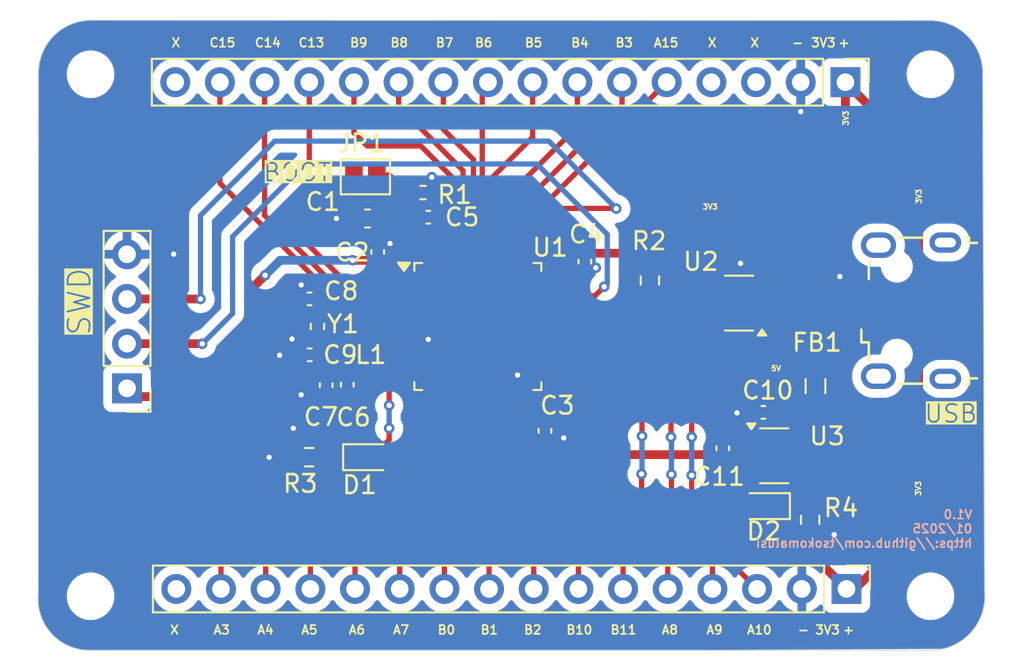
<source format=kicad_pcb>
(kicad_pcb (version 20240108) (generator "pcbnew") (generator_version "8.0")
  (layers (0 "F.Cu" signal) (31 "B.Cu" power) (34 "B.Paste" user) (35 "F.Paste" user) (36 "B.SilkS" user "B.Silkscreen") (37 "F.SilkS" user "F.Silkscreen") (38 "B.Mask" user) (39 "F.Mask" user) (44 "Edge.Cuts" user))
  (net 0 "")
  (net 1 "+3V3")
  (net 2 "GND")
  (net 3 "+3.3VA")
  (net 4 "/HSE_IN")
  (net 5 "/HSE_OUT")
  (net 6 "Net-(U3-VI)")
  (net 7 "/LED_STATUS")
  (net 8 "Net-(D1-K)")
  (net 9 "Net-(D2-K)")
  (net 10 "+5V")
  (net 15 "USB_CONN_D-")
  (net 16 "USB_CONN_D+")
  (net 18 "PB6")
  (net 19 "PC15")
  (net 20 "PC13")
  (net 21 "SWCLK")
  (net 22 "PC14")
  (net 23 "SWDIO")
  (net 24 "PB8")
  (net 25 "PB5")
  (net 26 "PA15")
  (net 27 "PB7")
  (net 28 "PB9")
  (net 29 "PB4")
  (net 31 "PA8")
  (net 32 "PB11")
  (net 33 "PA5")
  (net 34 "PA3")
  (net 35 "PB2")
  (net 36 "PA7")
  (net 37 "PA4")
  (net 38 "PB10")
  (net 39 "PA10")
  (net 40 "PA6")
  (net 41 "PB1")
  (net 42 "PB0")
  (net 43 "PA9")
  (net 44 "Net-(JP1-A)")
  (net 45 "USB_D+")
  (net 50 "USB_D-")
  (net 55 "PB3")
  (footprint "MountingHole:MountingHole_2.2mm_M2" (layer "F.Cu") (at 116.375 74.525)
    (property "Reference" "H4")
    (property "Value" "MountingHole")
  )
  (footprint "Connector_PinHeader_2.54mm:PinHeader_1x16_P2.54mm_Vertical" (layer "F.Cu") (at 111.54 45.3 -90)
    (property "Reference" "J2")
    (property "Value" "Conn_01x15")
  )
  (footprint "Package_TO_SOT_SMD:SOT-23-3" (layer "F.Cu") (at 107.4875 66.54)
    (property "Reference" "U3")
    (property "Value" "XC6206P332MR")
  )
  (footprint "Resistor_SMD:R_0603_1608Metric" (layer "F.Cu") (at 109.5375 70.1775 -90)
    (property "Reference" "R4")
    (property "Value" "1K5")
  )
  (footprint "Resistor_SMD:R_0603_1608Metric" (layer "F.Cu") (at 81.05 66.62 180)
    (property "Reference" "R3")
    (property "Value" "1K5")
  )
  (footprint "Capacitor_SMD:C_0603_1608Metric" (layer "F.Cu") (at 84.375 53.05 180)
    (property "Reference" "C1")
    (property "Value" "4u7")
  )
  (footprint "MountingHole:MountingHole_2.2mm_M2" (layer "F.Cu") (at 68.625 44.85)
    (property "Reference" "H1")
    (property "Value" "MountingHole")
  )
  (footprint "Package_QFP:LQFP-48_7x7mm_P0.5mm" (layer "F.Cu") (at 90.6425 59.19)
    (property "Reference" "U1")
    (property "Value" "STM32F103C8T6")
  )
  (footprint "Connector_PinHeader_2.54mm:PinHeader_1x04_P2.54mm_Vertical" (layer "F.Cu") (at 70.7 62.705 180)
    (property "Reference" "J4")
    (property "Value" "Conn_01x04_Pin")
  )
  (footprint "Resistor_SMD:R_0402_1005Metric" (layer "F.Cu") (at 87.525 51.575)
    (property "Reference" "R1")
    (property "Value" "10k")
  )
  (footprint "Resistor_SMD:R_0603_1608Metric" (layer "F.Cu") (at 100.425 56.575 -90)
    (property "Reference" "R2")
    (property "Value" "1K5")
  )
  (footprint "Capacitor_SMD:C_0402_1005Metric" (layer "F.Cu") (at 84.95 54.95 90)
    (property "Reference" "C2")
    (property "Value" "100n")
  )
  (footprint "Capacitor_SMD:C_0402_1005Metric" (layer "F.Cu") (at 94.46 65.13 -90)
    (property "Reference" "C3")
    (property "Value" "100n")
  )
  (footprint "Capacitor_SMD:C_0402_1005Metric" (layer "F.Cu") (at 81.075 57.62 180)
    (property "Reference" "C8")
    (property "Value" "30p")
  )
  (footprint "Inductor_SMD:L_0805_2012Metric" (layer "F.Cu") (at 109.8375 62.5775 -90)
    (property "Reference" "FB1")
    (property "Value" "100R")
  )
  (footprint "LED_SMD:LED_0603_1608Metric" (layer "F.Cu") (at 106.9 69.4025 180)
    (property "Reference" "D2")
    (property "Value" "GREEN")
  )
  (footprint "Capacitor_SMD:C_0402_1005Metric" (layer "F.Cu") (at 81.085 60.8 180)
    (property "Reference" "C9")
    (property "Value" "30p")
  )
  (footprint "Capacitor_SMD:C_0402_1005Metric" (layer "F.Cu") (at 83.22 62.5 -90)
    (property "Reference" "C6")
    (property "Value" "1u")
  )
  (footprint "Capacitor_SMD:C_0402_1005Metric" (layer "F.Cu") (at 106.8775 64.0725 180)
    (property "Reference" "C10")
    (property "Value" "1u")
  )
  (footprint "Capacitor_SMD:C_0402_1005Metric" (layer "F.Cu") (at 87.825 52.975)
    (property "Reference" "C5")
    (property "Value" "100n")
  )
  (footprint "Capacitor_SMD:C_0402_1005Metric" (layer "F.Cu") (at 82.02 62.525 -90)
    (property "Reference" "C7")
    (property "Value" "100n")
  )
  (footprint "Jumper:SolderJumper-2_P1.3mm_Open_Pad1.0x1.5mm" (layer "F.Cu") (at 84.25 50.675 180)
    (property "Reference" "JP1")
    (property "Value" "SolderJumper_2_Open")
  )
  (footprint "Inductor_SMD:L_0402_1005Metric" (layer "F.Cu") (at 84.42 62.5 90)
    (property "Reference" "L1")
    (property "Value" "27n")
  )
  (footprint "MountingHole:MountingHole_2.2mm_M2" (layer "F.Cu") (at 116.375 44.85)
    (property "Reference" "H2")
    (property "Value" "MountingHole")
  )
  (footprint "Capacitor_SMD:C_0402_1005Metric" (layer "F.Cu") (at 96.725 55.505 -90)
    (property "Reference" "C4")
    (property "Value" "100n")
  )
  (footprint "Resistor_SMD:R_0402_1005Metric" (layer "F.Cu") (at 81.525 59.19 -90)
    (property "Reference" "Y1")
    (property "Value" "8MHz")
  )
  (footprint "Connector_USB:USB_Micro-B_Wuerth_629105150521" (layer "F.Cu") (at 115.27 58.29 90)
    (property "Reference" "J1")
    (property "Value" "USB_B_Micro")
  )
  (footprint "MountingHole:MountingHole_2.2mm_M2" (layer "F.Cu") (at 68.625 74.525)
    (property "Reference" "H3")
    (property "Value" "MountingHole")
  )
  (footprint "Package_TO_SOT_SMD:SOT-23-6" (layer "F.Cu") (at 105.4975 57.86 180)
    (property "Reference" "U2")
    (property "Value" "USBLC6-2SC6")
  )
  (footprint "Connector_PinHeader_2.54mm:PinHeader_1x16_P2.54mm_Vertical" (layer "F.Cu") (at 111.6 74.11 -90)
    (property "Reference" "J3")
    (property "Value" "Conn_01x15")
  )
  (footprint "LED_SMD:LED_0603_1608Metric" (layer "F.Cu") (at 84.47 66.62)
    (property "Reference" "D1")
    (property "Value" "BLUE")
  )
  (footprint "Capacitor_SMD:C_0402_1005Metric" (layer "F.Cu") (at 104.57 66.12 90)
    (property "Reference" "C11")
    (property "Value" "1u")
  )
  (gr_line (start 65.66 44.82) (end 65.646327 74.489054) (stroke (width 0.05)) (layer "Edge.Cuts"))
  (gr_arc (start 116.38 41.790001) (mid 118.497949 42.683776) (end 119.349613 44.819007) (stroke (width 0.05)) (layer "Edge.Cuts"))
  (gr_line (start 68.609864 41.779851) (end 116.38 41.790001) (stroke (width 0.05)) (layer "Edge.Cuts"))
  (gr_line (start 68.61 77.6) (end 116.38 77.6) (stroke (width 0.05)) (layer "Edge.Cuts"))
  (gr_arc (start 68.61 77.6) (mid 66.442604 76.697631) (end 65.646327 74.489054) (stroke (width 0.05)) (layer "Edge.Cuts"))
  (gr_arc (start 119.452155 74.19887) (mid 118.677357 76.587079) (end 116.38 77.6) (stroke (width 0.05)) (layer "Edge.Cuts"))
  (gr_line (start 119.349613 44.819007) (end 119.452155 74.19887) (stroke (width 0.05)) (layer "Edge.Cuts"))
  (gr_arc (start 65.66 44.82) (mid 66.503827 42.687563) (end 68.609864 41.779851) (stroke (width 0.05)) (layer "Edge.Cuts"))
  (gr_text "https://github.com/tsokomalusi" (at 118.81 71.8 0) (layer "B.SilkS") (effects (font (size 0.5 0.5) (thickness 0.1)) (justify left bottom mirror)))
  (gr_text "V1.0\n01/2025" (at 118.81 70.98 0) (layer "B.SilkS") (effects (font (size 0.5 0.5) (thickness 0.1)) (justify left bottom mirror)))
  (gr_text "B5" (at 93.26 43.35 0) (layer "F.SilkS") (effects (font (size 0.5 0.5) (thickness 0.1)) (justify left bottom)))
  (gr_text "C15" (at 75.33 43.35 0) (layer "F.SilkS") (effects (font (size 0.5 0.5) (thickness 0.1)) (justify left bottom)))
  (gr_text "A8" (at 101.04 76.73 0) (layer "F.SilkS") (effects (font (size 0.5 0.5) (thickness 0.1)) (justify left bottom)))
  (gr_text "B8" (at 85.62 43.35 0) (layer "F.SilkS") (effects (font (size 0.5 0.5) (thickness 0.1)) (justify left bottom)))
  (gr_text "3V3" (at 115.86 68.86 90) (layer "F.SilkS") (effects (font (size 0.3 0.3) (thickness 0.075)) (justify left bottom)))
  (gr_text "A10" (at 105.89 76.73 0) (layer "F.SilkS") (effects (font (size 0.5 0.5) (thickness 0.1)) (justify left bottom)))
  (gr_text "B2" (at 93.21 76.73 0) (layer "F.SilkS") (effects (font (size 0.5 0.5) (thickness 0.1)) (justify left bottom)))
  (gr_text "X" (at 73.17 43.35 0) (layer "F.SilkS") (effects (font (size 0.5 0.5) (thickness 0.1)) (justify left bottom)))
  (gr_text "B10" (at 95.62 76.73 0) (layer "F.SilkS") (effects (font (size 0.5 0.5) (thickness 0.1)) (justify left bottom)))
  (gr_text "3V3" (at 103.39 52.56 0) (layer "F.SilkS") (effects (font (size 0.3 0.3) (thickness 0.075)) (justify left bottom)))
  (gr_text "B7" (at 88.2 43.35 0) (layer "F.SilkS") (effects (font (size 0.5 0.5) (thickness 0.1)) (justify left bottom)))
  (gr_text "C13" (at 80.39 43.35 0) (layer "F.SilkS") (effects (font (size 0.5 0.5) (thickness 0.1)) (justify left bottom)))
  (gr_text "C14" (at 77.91 43.35 0) (layer "F.SilkS") (effects (font (size 0.5 0.5) (thickness 0.1)) (justify left bottom)))
  (gr_text "X" (at 106.08 43.35 0) (layer "F.SilkS") (effects (font (size 0.5 0.5) (thickness 0.1)) (justify left bottom)))
  (gr_text "X" (at 73.09 76.73 0) (layer "F.SilkS") (effects (font (size 0.5 0.5) (thickness 0.1)) (justify left bottom)))
  (gr_text "B9" (at 83.32 43.35 0) (layer "F.SilkS") (effects (font (size 0.5 0.5) (thickness 0.1)) (justify left bottom)))
  (gr_text "A9" (at 103.58 76.73 0) (layer "F.SilkS") (effects (font (size 0.5 0.5) (thickness 0.1)) (justify left bottom)))
  (gr_text "B0" (at 88.3 76.73 0) (layer "F.SilkS") (effects (font (size 0.5 0.5) (thickness 0.1)) (justify left bottom)))
  (gr_text "3V3" (at 115.89 52.26 90) (layer "F.SilkS") (effects (font (size 0.3 0.3) (thickness 0.075)) (justify left bottom)))
  (gr_text "A7" (at 85.76 76.73 0) (layer "F.SilkS") (effects (font (size 0.5 0.5) (thickness 0.1)) (justify left bottom)))
  (gr_text "+" (at 111.09 43.35 0) (layer "F.SilkS") (effects (font (size 0.5 0.5) (thickness 0.1)) (justify left bottom)))
  (gr_text "B11" (at 98.13 76.73 0) (layer "F.SilkS") (effects (font (size 0.5 0.5) (thickness 0.1)) (justify left bottom)))
  (gr_text "B1" (at 90.74 76.73 0) (layer "F.SilkS") (effects (font (size 0.5 0.5) (thickness 0.1)) (justify left bottom)))
  (gr_text "3V3" (at 111.74 47.81 90) (layer "F.SilkS") (effects (font (size 0.3 0.3) (thickness 0.075)) (justify left bottom)))
  (gr_text "-" (at 108.78 76.73 0) (layer "F.SilkS") (effects (font (size 0.5 0.5) (thickness 0.1)) (justify left bottom)))
  (gr_text "USB" (at 115.97 64.73 0) (layer "F.SilkS" knockout) (effects (font (size 1 1) (thickness 0.1)) (justify left bottom)))
  (gr_text "A6" (at 83.25 76.73 0) (layer "F.SilkS") (effects (font (size 0.5 0.5) (thickness 0.1)) (justify left bottom)))
  (gr_text "+" (at 111.34 76.73 0) (layer "F.SilkS") (effects (font (size 0.5 0.5) (thickness 0.1)) (justify left bottom)))
  (gr_text "X" (at 103.66 43.35 0) (layer "F.SilkS") (effects (font (size 0.5 0.5) (thickness 0.1)) (justify left bottom)))
  (gr_text "BOOT" (at 78.38 51.01 0) (layer "F.SilkS" knockout) (effects (font (size 1 1) (thickness 0.1)) (justify left bottom)))
  (gr_text "A5" (at 80.55 76.73 0) (layer "F.SilkS") (effects (font (size 0.5 0.5) (thickness 0.1)) (justify left bottom)))
  (gr_text "A3" (at 75.56 76.73 0) (layer "F.SilkS") (effects (font (size 0.5 0.5) (thickness 0.1)) (justify left bottom)))
  (gr_text "3V3" (at 109.53 43.35 0) (layer "F.SilkS") (effects (font (size 0.5 0.5) (thickness 0.1)) (justify left bottom)))
  (gr_text "A4" (at 78.05 76.73 0) (layer "F.SilkS") (effects (font (size 0.5 0.5) (thickness 0.1)) (justify left bottom)))
  (gr_text "SWD" (at 68.725 59.775 90) (layer "F.SilkS" knockout) (effects (font (size 1.25 1.25) (thickness 0.1)) (justify left bottom)))
  (gr_text "B4" (at 95.89 43.35 0) (layer "F.SilkS") (effects (font (size 0.5 0.5) (thickness 0.1)) (justify left bottom)))
  (gr_text "3V3" (at 109.77 76.73 0) (layer "F.SilkS") (effects (font (size 0.5 0.5) (thickness 0.1)) (justify left bottom)))
  (gr_text "A15" (at 100.59 43.35 0) (layer "F.SilkS") (effects (font (size 0.5 0.5) (thickness 0.1)) (justify left bottom)))
  (gr_text "B3" (at 98.41 43.35 0) (layer "F.SilkS") (effects (font (size 0.5 0.5) (thickness 0.1)) (justify left bottom)))
  (gr_text "B6" (at 90.42 43.35 0) (layer "F.SilkS") (effects (font (size 0.5 0.5) (thickness 0.1)) (justify left bottom)))
  (gr_text "5V" (at 107.28 61.75 0) (layer "F.SilkS") (effects (font (size 0.3 0.3) (thickness 0.075)) (justify left bottom)))
  (gr_text "-" (at 108.45 43.35 0) (layer "F.SilkS") (effects (font (size 0.5 0.5) (thickness 0.1)) (justify left bottom)))
  (segment (start 109.965 72.475) (end 111.6 74.11) (width 0.5) (layer "F.Cu") (net 1))
  (segment (start 83.975 64.325) (end 83.925 64.275) (width 0.3) (layer "F.Cu") (net 1))
  (segment (start 84.3 52.2) (end 85.1 52.2) (width 0.3) (layer "F.Cu") (net 1))
  (segment (start 93.3925 64.2525) (end 93.79 64.65) (width 0.3) (layer "F.Cu") (net 1))
  (segment (start 83.925 64.275) (end 80.581371 64.275) (width 0.5) (layer "F.Cu") (net 1))
  (segment (start 83.6 51.5) (end 84.3 52.2) (width 0.3) (layer "F.Cu") (net 1))
  (segment (start 87.12 52.95) (end 87.145 52.975) (width 0.5) (layer "F.Cu") (net 1))
  (segment (start 96.775 54.975) (end 96.725 55.025) (width 0.5) (layer "F.Cu") (net 1))
  (segment (start 106.1125 69.4025) (end 106.1125 69.9875) (width 0.5) (layer "F.Cu") (net 1))
  (segment (start 86.48 56.44) (end 85.365 56.44) (width 0.3) (layer "F.Cu") (net 1))
  (segment (start 85.614239 55.43) (end 86.475 54.569239) (width 0.3) (layer "F.Cu") (net 1))
  (segment (start 93.3925 63.3525) (end 93.3925 64.2525) (width 0.3) (layer "F.Cu") (net 1))
  (segment (start 89.975 56.44) (end 94.805 56.44) (width 0.3) (layer "F.Cu") (net 1))
  (segment (start 104.445 66.475) (end 98.75 66.475) (width 0.5) (layer "F.Cu") (net 1))
  (segment (start 111.6 74.11) (end 112.09 74.11) (width 0.5) (layer "F.Cu") (net 1))
  (segment (start 96.725 55.025) (end 99.7 55.025) (width 0.5) (layer "F.Cu") (net 1))
  (segment (start 84.95 55.43) (end 85.614239 55.43) (width 0.3) (layer "F.Cu") (net 1))
  (segment (start 95.61 56.44) (end 95.925 56.125) (width 0.3) (layer "F.Cu") (net 1))
  (segment (start 89.8925 55.0275) (end 89.8925 56.3575) (width 0.2) (layer "F.Cu") (net 1))
  (segment (start 106.1125 67.7275) (end 106.35 67.49) (width 0.5) (layer "F.Cu") (net 1))
  (segment (start 106.35 67.49) (end 105.115 67.49) (width 0.5) (layer "F.Cu") (net 1))
  (segment (start 115.7 49.46) (end 111.54 45.3) (width 0.5) (layer "F.Cu") (net 1))
  (segment (start 100.425 54.575) (end 100.425 55.75) (width 0.5) (layer "F.Cu") (net 1))
  (segment (start 85.365 56.44) (end 84.95 56.025) (width 0.3) (layer "F.Cu") (net 1))
  (segment (start 77.9 63.175) (end 71.17 63.175) (width 0.5) (layer "F.Cu") (net 1))
  (segment (start 84.95 55.43) (end 83.53 55.43) (width 0.5) (layer "F.Cu") (net 1))
  (segment (start 112.09 74.11) (end 115.7 70.5) (width 0.5) (layer "F.Cu") (net 1))
  (segment (start 111.54 48.01) (end 107.175 52.375) (width 0.5) (layer "F.Cu") (net 1))
  (segment (start 85.2 52.95) (end 86.475 52.95) (width 0.5) (layer "F.Cu") (net 1))
  (segment (start 71.17 63.175) (end 70.7 62.705) (width 0.5) (layer "F.Cu") (net 1))
  (segment (start 84.95 56.025) (end 84.95 55.43) (width 0.3) (layer "F.Cu") (net 1))
  (segment (start 86.475 52.95) (end 87.12 52.95) (width 0.5) (layer "F.Cu") (net 1))
  (segment (start 99.7 55.025) (end 100.425 55.75) (width 0.5) (layer "F.Cu") (net 1))
  (segment (start 88.46438 56.44) (end 89.975 56.44) (width 0.3) (layer "F.Cu") (net 1))
  (segment (start 95.925 56.125) (end 95.925 55.225) (width 0.3) (layer "F.Cu") (net 1))
  (segment (start 87.8925 55.0275) (end 87.8925 53.8425) (width 0.3) (layer "F.Cu") (net 1))
  (segment (start 111.54 45.3) (end 111.54 48.01) (width 0.5) (layer "F.Cu") (net 1))
  (segment (start 78.55 56.275) (end 77.9 56.925) (width 0.5) (layer "F.Cu") (net 1))
  (segment (start 95.925 55.225) (end 96.28 54.87) (width 0.3) (layer "F.Cu") (net 1))
  (segment (start 96.925 64.65) (end 94.46 64.65) (width 0.5) (layer "F.Cu") (net 1))
  (segment (start 108.6 72.475) (end 109.965 72.475) (width 0.5) (layer "F.Cu") (net 1))
  (segment (start 106.1125 69.4025) (end 106.1125 67.7275) (width 0.5) (layer "F.Cu") (net 1))
  (segment (start 87.8925 55.0275) (end 87.8925 55.86812) (width 0.3) (layer "F.Cu") (net 1))
  (segment (start 86.475 54.569239) (end 86.475 52.95) (width 0.3) (layer "F.Cu") (net 1))
  (segment (start 94.805 56.44) (end 95.61 56.44) (width 0.3) (layer "F.Cu") (net 1))
  (segment (start 83.53 55.43) (end 83.525 55.425) (width 0.3) (layer "F.Cu") (net 1))
  (segment (start 87.8925 53.8425) (end 87.52 53.47) (width 0.3) (layer "F.Cu") (net 1))
  (segment (start 85.15 52.25) (end 85.15 53.05) (width 0.3) (layer "F.Cu") (net 1))
  (segment (start 87.52 53.47) (end 87.52 52.975) (width 0.3) (layer "F.Cu") (net 1))
  (segment (start 96.78 54.975) (end 96.7 54.895) (width 0.5) (layer "F.Cu") (net 1))
  (segment (start 104.57 66.945) (end 104.57 66.6) (width 0.5) (layer "F.Cu") (net 1))
  (segment (start 106.1125 69.9875) (end 108.6 72.475) (width 0.5) (layer "F.Cu") (net 1))
  (segment (start 93.79 64.65) (end 94.46 64.65) (width 0.3) (layer "F.Cu") (net 1))
  (segment (start 84.42 62.985) (end 84.42 63.78) (width 0.5) (layer "F.Cu") (net 1))
  (segment (start 96.28 54.87) (end 96.9 54.87) (width 0.3) (layer "F.Cu") (net 1))
  (segment (start 83.6 50.675) (end 83.6 51.5) (width 0.3) (layer "F.Cu") (net 1))
  (segment (start 89.8925 56.3575) (end 89.975 56.44) (width 0.2) (layer "F.Cu") (net 1))
  (segment (start 77.9 56.925) (end 77.9 63.175) (width 0.5) (layer "F.Cu") (net 1))
  (segment (start 85.1 52.2) (end 85.15 52.25) (width 0.3) (layer "F.Cu") (net 1))
  (segment (start 98.75 66.475) (end 96.925 64.65) (width 0.5) (layer "F.Cu") (net 1))
  (segment (start 84.42 63.78) (end 83.925 64.275) (width 0.5) (layer "F.Cu") (net 1))
  (segment (start 102.625 52.375) (end 100.425 54.575) (width 0.5) (layer "F.Cu") (net 1))
  (segment (start 107.175 52.375) (end 102.625 52.375) (width 0.5) (layer "F.Cu") (net 1))
  (segment (start 104.57 66.6) (end 104.445 66.475) (width 0.5) (layer "F.Cu") (net 1))
  (segment (start 80.581371 64.275) (end 79.481371 63.175) (width 0.5) (layer "F.Cu") (net 1))
  (segment (start 79.481371 63.175) (end 77.9 63.175) (width 0.5) (layer "F.Cu") (net 1))
  (segment (start 87.8925 55.86812) (end 88.46438 56.44) (width 0.3) (layer "F.Cu") (net 1))
  (segment (start 105.115 67.49) (end 104.57 66.945) (width 0.5) (layer "F.Cu") (net 1))
  (segment (start 115.7 70.5) (end 115.7 49.46) (width 0.5) (layer "F.Cu") (net 1))
  (via (at 78.55 56.275) (size 0.6) (drill 0.3) (layers "F.Cu" "B.Cu") (net 1))
  (via (at 83.525 55.425) (size 0.6) (drill 0.3) (layers "F.Cu" "B.Cu") (net 1))
  (segment (start 79.4 55.425) (end 78.55 56.275) (width 0.5) (layer "B.Cu") (net 1))
  (segment (start 83.525 55.425) (end 79.4 55.425) (width 0.5) (layer "B.Cu") (net 1))
  (segment (start 83.195 63.005) (end 83.22 62.98) (width 0.5) (layer "F.Cu") (net 2))
  (segment (start 104.57 65.64) (end 106.3 65.64) (width 0.5) (layer "F.Cu") (net 2))
  (segment (start 85.645 54.47) (end 85.65 54.475) (width 0.5) (layer "F.Cu") (net 2))
  (segment (start 87.81 59.94) (end 87.825 59.925) (width 0.3) (layer "F.Cu") (net 2))
  (segment (start 80.595 56.83) (end 80.6 56.825) (width 0.5) (layer "F.Cu") (net 2))
  (segment (start 106.3975 64.0725) (end 106.3975 65.5425) (width 0.5) (layer "F.Cu") (net 2))
  (segment (start 96.7 55.855) (end 96.7 56.45) (width 0.3) (layer "F.Cu") (net 2))
  (segment (start 111.415 56.99) (end 111.225 56.8) (width 0.3) (layer "F.Cu") (net 2))
  (segment (start 105.575 55.6) (end 105.575 57.65) (width 0.3) (layer "F.Cu") (net 2))
  (segment (start 82.02 63.005) (end 80.67 63.005) (width 0.5) (layer "F.Cu") (net 2))
  (segment (start 84.345 54.47) (end 84.95 54.47) (width 0.5) (layer "F.Cu") (net 2))
  (segment (start 96.7 56.45) (end 96.21 56.94) (width 0.3) (layer "F.Cu") (net 2))
  (segment (start 80.225 66.62) (end 78.78 66.62) (width 0.5) (layer "F.Cu") (net 2))
  (segment (start 88.305 52.975) (end 88.3925 53.0625) (width 0.3) (layer "F.Cu") (net 2))
  (segment (start 95.525 65.525) (end 95.44 65.61) (width 0.5) (layer "F.Cu") (net 2))
  (segment (start 113.37 56.99) (end 111.415 56.99) (width 0.3) (layer "F.Cu") (net 2))
  (segment (start 88.035 50.71) (end 88.035 51.575) (width 0.3) (layer "F.Cu") (net 2))
  (segment (start 97.345 55.855) (end 97.35 55.85) (width 0.3) (layer "F.Cu") (net 2))
  (segment (start 80.605 63.07) (end 80.6 63.075) (width 0.5) (layer "F.Cu") (net 2))
  (segment (start 79.375 60.825) (end 79.4 60.8) (width 0.5) (layer "F.Cu") (net 2))
  (segment (start 83.6 54.025) (end 84.025 54.45) (width 0.5) (layer "F.Cu") (net 2))
  (segment (start 83.6 53.05) (end 83.6 54.025) (width 0.5) (layer "F.Cu") (net 2))
  (segment (start 80.15 66.545) (end 80.225 66.62) (width 0.5) (layer "F.Cu") (net 2))
  (segment (start 88.025 50.7) (end 88.035 50.71) (width 0.3) (layer "F.Cu") (net 2))
  (segment (start 106.3975 64.0725) (end 105.6525 64.0725) (width 0.5) (layer "F.Cu") (net 2))
  (segment (start 80.605 60.8) (end 79.4 60.8) (width 0.5) (layer "F.Cu") (net 2))
  (segment (start 70.7 55.085) (end 73.34 55.085) (width 0.5) (layer "F.Cu") (net 2))
  (segment (start 80.605 60.8) (end 80.605 63.07) (width 0.5) (layer "F.Cu") (net 2))
  (segment (start 106.3975 65.5425) (end 106.35 65.59) (width 0.5) (layer "F.Cu") (net 2))
  (segment (start 88.035 52.285) (end 88.035 51.575) (width 0.3) (layer "F.Cu") (net 2))
  (segment (start 86.48 59.94) (end 87.81 59.94) (width 0.3) (layer "F.Cu") (net 2))
  (segment (start 84.325 54.45) (end 84.345 54.47) (width 0.5) (layer "F.Cu") (net 2))
  (segment (start 110.8775 71.0025) (end 110.9 71.025) (width 0.5) (layer "F.Cu") (net 2))
  (segment (start 88.3925 53.0625) (end 88.3925 55.0275) (width 0.3) (layer "F.Cu") (net 2))
  (segment (start 109.5375 71.0025) (end 110.8775 71.0025) (width 0.5) (layer "F.Cu") (net 2))
  (segment (start 105.6525 64.0725) (end 105.65 64.075) (width 0.5) (layer "F.Cu") (net 2))
  (segment (start 88.305 52.975) (end 88.305 52.555) (width 0.3) (layer "F.Cu") (net 2))
  (segment (start 84.95 54.47) (end 85.645 54.47) (width 0.5) (layer "F.Cu") (net 2))
  (segment (start 105.575 57.65) (end 105.785 57.86) (width 0.3) (layer "F.Cu") (net 2))
  (segment (start 96.21 56.94) (end 94.805 56.94) (width 0.3) (layer "F.Cu") (net 2))
  (segment (start 109 46.975) (end 109 45.3) (width 0.5) (layer "F.Cu") (net 2))
  (segment (start 80.67 63.005) (end 80.6 63.075) (width 0.5) (layer "F.Cu") (net 2))
  (segment (start 106.4125 65.5275) (end 106.35 65.59) (width 0.5) (layer "F.Cu") (net 2))
  (segment (start 80.605 60.8) (end 80.605 60.43) (width 0.5) (layer "F.Cu") (net 2))
  (segment (start 95.44 65.61) (end 94.46 65.61) (width 0.5) (layer "F.Cu") (net 2))
  (segment (start 88.335 52.945) (end 88.305 52.975) (width 0.5) (layer "F.Cu") (net 2))
  (segment (start 111.225 56.8) (end 111.225 56.35) (width 0.3) (layer "F.Cu") (net 2))
  (segment (start 73.34 55.085) (end 73.35 55.075) (width 0.5) (layer "F.Cu") (net 2))
  (segment (start 78.775 66.625) (end 78.78 66.62) (width 0.5) (layer "F.Cu") (net 2))
  (segment (start 105.785 57.86) (end 106.635 57.86) (width 0.3) (layer "F.Cu") (net 2))
  (segment (start 106.3 65.64) (end 106.35 65.59) (width 0.5) (layer "F.Cu") (net 2))
  (segment (start 88.305 52.555) (end 88.035 52.285) (width 0.3) (layer "F.Cu") (net 2))
  (segment (start 82.02 63.005) (end 83.195 63.005) (width 0.5) (layer "F.Cu") (net 2))
  (segment (start 80.595 57.62) (end 80.595 56.83) (width 0.5) (layer "F.Cu") (net 2))
  (segment (start 92.8925 63.3525) (end 92.8925 62.2425) (width 0.3) (layer "F.Cu") (net 2))
  (segment (start 84.025 54.45) (end 84.325 54.45) (width 0.5) (layer "F.Cu") (net 2))
  (segment (start 80.15 64.975) (end 80.15 66.545) (width 0.5) (layer "F.Cu") (net 2))
  (segment (start 96.7 55.855) (end 97.345 55.855) (width 0.3) (layer "F.Cu") (net 2))
  (segment (start 80.605 60.43) (end 80.075 59.9) (width 0.5) (layer "F.Cu") (net 2))
  (segment (start 83.6 53.05) (end 82.6 53.05) (width 0.5) (layer "F.Cu") (net 2))
  (via (at 95.525 65.525) (size 0.7) (drill 0.3) (layers "F.Cu" "B.Cu") (net 2))
  (via (at 80.6 63.075) (size 0.7) (drill 0.3) (layers "F.Cu" "B.Cu") (net 2))
  (via (at 92.9 61.95) (size 0.7) (drill 0.3) (layers "F.Cu" "B.Cu") (net 2))
  (via (at 97.35 55.85) (size 0.6) (drill 0.3) (layers "F.Cu" "B.Cu") (net 2))
  (via (at 105.375 64.1) (size 0.7) (drill 0.3) (layers "F.Cu" "B.Cu") (net 2))
  (via (at 80.6 56.825) (size 0.7) (drill 0.3) (layers "F.Cu" "B.Cu") (net 2))
  (via (at 82.6 53.05) (size 0.6) (drill 0.3) (layers "F.Cu" "B.Cu") (net 2))
  (via (at 87.825 59.925) (size 0.6) (drill 0.3) (layers "F.Cu" "B.Cu") (net 2))
  (via (at 80.15 64.975) (size 0.7) (drill 0.3) (layers "F.Cu" "B.Cu") (net 2))
  (via (at 79.375 60.825) (size 0.7) (drill 0.3) (layers "F.Cu" "B.Cu") (net 2))
  (via (at 111.225 56.35) (size 0.7) (drill 0.3) (layers "F.Cu" "B.Cu") (net 2))
  (via (at 105.575 55.6) (size 0.7) (drill 0.3) (layers "F.Cu" "B.Cu") (net 2))
  (via (at 78.775 66.625) (size 0.7) (drill 0.3) (layers "F.Cu" "B.Cu") (net 2))
  (via (at 80.075 59.9) (size 0.6) (drill 0.3) (layers "F.Cu" "B.Cu") (net 2))
  (via (at 110.9 71.025) (size 0.7) (drill 0.3) (layers "F.Cu" "B.Cu") (net 2))
  (via (at 88.025 50.7) (size 0.6) (drill 0.3) (layers "F.Cu" "B.Cu") (net 2))
  (via (at 85.65 54.475) (size 0.6) (drill 0.3) (layers "F.Cu" "B.Cu") (net 2))
  (via (at 73.35 55.075) (size 0.6) (drill 0.3) (layers "F.Cu" "B.Cu") (net 2))
  (via (at 109 46.975) (size 0.6) (drill 0.3) (layers "F.Cu" "B.Cu") (net 2))
  (segment (start 84.42 61.12) (end 84.42 62.015) (width 0.3) (layer "F.Cu") (net 3))
  (segment (start 86.48 60.44) (end 85.1 60.44) (width 0.3) (layer "F.Cu") (net 3))
  (segment (start 85.1 60.44) (end 84.42 61.12) (width 0.3) (layer "F.Cu") (net 3))
  (segment (start 82.02 62.045) (end 84.39 62.045) (width 0.5) (layer "F.Cu") (net 3))
  (segment (start 84.39 62.045) (end 84.42 62.015) (width 0.5) (layer "F.Cu") (net 3))
  (segment (start 84.22 58.68) (end 84.46 58.44) (width 0.3) (layer "F.Cu") (net 4))
  (segment (start 81.555 57.62) (end 81.555 58.65) (width 0.3) (layer "F.Cu") (net 4))
  (segment (start 84.46 58.44) (end 86.48 58.44) (width 0.3) (layer "F.Cu") (net 4))
  (segment (start 81.555 58.65) (end 81.525 58.68) (width 0.3) (layer "F.Cu") (net 4))
  (segment (start 81.525 58.68) (end 84.22 58.68) (width 0.3) (layer "F.Cu") (net 4))
  (segment (start 81.525 59.7) (end 81.525 60.76) (width 0.3) (layer "F.Cu") (net 5))
  (segment (start 86.48 58.94) (end 85.185 58.94) (width 0.3) (layer "F.Cu") (net 5))
  (segment (start 81.525 60.76) (end 81.565 60.8) (width 0.3) (layer "F.Cu") (net 5))
  (segment (start 85.185 58.94) (end 83.325 60.8) (width 0.3) (layer "F.Cu") (net 5))
  (segment (start 83.325 60.8) (end 81.565 60.8) (width 0.3) (layer "F.Cu") (net 5))
  (segment (start 108.2775 64.0725) (end 107.3575 64.0725) (width 0.5) (layer "F.Cu") (net 6))
  (segment (start 108.2775 64.0725) (end 108.2775 66.1925) (width 0.5) (layer "F.Cu") (net 6))
  (segment (start 109.8375 63.64) (end 108.71 63.64) (width 0.5) (layer "F.Cu") (net 6))
  (segment (start 108.2775 66.1925) (end 108.625 66.54) (width 0.5) (layer "F.Cu") (net 6))
  (segment (start 108.71 63.64) (end 108.2775 64.0725) (width 0.5) (layer "F.Cu") (net 6))
  (segment (start 85.2575 65.9675) (end 85.2575 66.62) (width 0.3) (layer "F.Cu") (net 7))
  (segment (start 85.6 65.625) (end 85.2575 65.9675) (width 0.3) (layer "F.Cu") (net 7))
  (segment (start 85.6 62.775) (end 85.225 62.4) (width 0.3) (layer "F.Cu") (net 7))
  (segment (start 85.6 64.975) (end 85.6 65.625) (width 0.3) (layer "F.Cu") (net 7))
  (segment (start 85.225 62.4) (end 85.225 61.725) (width 0.3) (layer "F.Cu") (net 7))
  (segment (start 85.6 63.675) (end 85.6 62.775) (width 0.3) (layer "F.Cu") (net 7))
  (segment (start 85.225 61.725) (end 85.51 61.44) (width 0.3) (layer "F.Cu") (net 7))
  (segment (start 85.51 61.44) (end 86.48 61.44) (width 0.3) (layer "F.Cu") (net 7))
  (via (at 85.6 64.975) (size 0.6) (drill 0.3) (layers "F.Cu" "B.Cu") (net 7))
  (via (at 85.6 63.675) (size 0.6) (drill 0.3) (layers "F.Cu" "B.Cu") (net 7))
  (segment (start 85.6 63.675) (end 85.6 64.975) (width 0.3) (layer "B.Cu") (net 7))
  (segment (start 81.875 66.62) (end 83.6825 66.62) (width 0.3) (layer "F.Cu") (net 8))
  (segment (start 109.4875 69.4025) (end 109.5375 69.3525) (width 0.5) (layer "F.Cu") (net 9))
  (segment (start 107.6875 69.4025) (end 109.4875 69.4025) (width 0.5) (layer "F.Cu") (net 9))
  (segment (start 105.375 58.35) (end 105.375 60.6) (width 0.3) (layer "F.Cu") (net 10))
  (segment (start 104.36 57.86) (end 104.885 57.86) (width 0.2) (layer "F.Cu") (net 10))
  (segment (start 112.61 59.59) (end 110.685 61.515) (width 0.3) (layer "F.Cu") (net 10))
  (segment (start 106.29 61.515) (end 109.8375 61.515) (width 0.3) (layer "F.Cu") (net 10))
  (segment (start 110.685 61.515) (end 109.8375 61.515) (width 0.3) (layer "F.Cu") (net 10))
  (segment (start 104.885 57.86) (end 105.375 58.35) (width 0.3) (layer "F.Cu") (net 10))
  (segment (start 113.37 59.59) (end 112.61 59.59) (width 0.3) (layer "F.Cu") (net 10))
  (segment (start 105.375 60.6) (end 106.29 61.515) (width 0.3) (layer "F.Cu") (net 10))
  (segment (start 108.346595 58.092156) (end 110.813836 58.092156) (width 0.261112) (layer "F.Cu") (net 15))
  (segment (start 112.394999 58.94) (end 113.37 58.94) (width 0.261112) (layer "F.Cu") (net 15))
  (segment (start 110.813836 58.092156) (end 111.568836 58.847156) (width 0.261112) (layer "F.Cu") (net 15))
  (segment (start 106.635 58.81) (end 107.628751 58.81) (width 0.261112) (layer "F.Cu") (net 15))
  (segment (start 111.568836 58.847156) (end 112.302155 58.847156) (width 0.261112) (layer "F.Cu") (net 15))
  (segment (start 107.628751 58.81) (end 108.346595 58.092156) (width 0.261112) (layer "F.Cu") (net 15))
  (segment (start 112.302155 58.847156) (end 112.394999 58.94) (width 0.261112) (layer "F.Cu") (net 15))
  (segment (start 112.394999 58.29) (end 113.37 58.29) (width 0.261112) (layer "F.Cu") (net 16))
  (segment (start 107.628751 56.91) (end 108.346595 57.627844) (width 0.261112) (layer "F.Cu") (net 16))
  (segment (start 108.346595 57.627844) (end 111.006164 57.627844) (width 0.261112) (layer "F.Cu") (net 16))
  (segment (start 111.761164 58.382844) (end 112.302155 58.382844) (width 0.261112) (layer "F.Cu") (net 16))
  (segment (start 111.006164 57.627844) (end 111.761164 58.382844) (width 0.261112) (layer "F.Cu") (net 16))
  (segment (start 106.635 56.91) (end 107.628751 56.91) (width 0.261112) (layer "F.Cu") (net 16))
  (segment (start 112.302155 58.382844) (end 112.394999 58.29) (width 0.261112) (layer "F.Cu") (net 16))
  (segment (start 90.8925 55.0275) (end 90.8925 45.6275) (width 0.3) (layer "F.Cu") (net 18))
  (segment (start 90.8925 45.6275) (end 91.22 45.3) (width 0.3) (layer "F.Cu") (net 18))
  (segment (start 86.48 57.94) (end 82.881846 57.94) (width 0.3) (layer "F.Cu") (net 19))
  (segment (start 82.881846 57.94) (end 75.98 51.038154) (width 0.3) (layer "F.Cu") (net 19))
  (segment (start 75.98 51.038154) (end 75.98 45.3) (width 0.3) (layer "F.Cu") (net 19))
  (segment (start 83.39 56.94) (end 86.48 56.94) (width 0.3) (layer "F.Cu") (net 20))
  (segment (start 81.06 45.3) (end 81.06 54.61) (width 0.3) (layer "F.Cu") (net 20))
  (segment (start 81.06 54.61) (end 83.39 56.94) (width 0.3) (layer "F.Cu") (net 20))
  (segment (start 93.3925 55.0275) (end 93.3925 54.2575) (width 0.3) (layer "F.Cu") (net 21))
  (segment (start 93.3925 54.2575) (end 95.175 52.475) (width 0.3) (layer "F.Cu") (net 21))
  (segment (start 95.175 52.475) (end 98.5 52.475) (width 0.3) (layer "F.Cu") (net 21))
  (segment (start 98.5125 52.4875) (end 98.525 52.5) (width 0.3) (layer "F.Cu") (net 21))
  (segment (start 98.5 52.475) (end 98.5125 52.4875) (width 0.3) (layer "F.Cu") (net 21))
  (segment (start 70.7 57.625) (end 74.875 57.625) (width 0.5) (layer "F.Cu") (net 21))
  (via (at 74.875 57.625) (size 0.6) (drill 0.3) (layers "F.Cu" "B.Cu") (net 21))
  (via (at 98.5125 52.4875) (size 0.6) (drill 0.3) (layers "F.Cu" "B.Cu") (net 21))
  (segment (start 98.5125 52.4875) (end 94.675 48.65) (width 0.3) (layer "B.Cu") (net 21))
  (segment (start 94.675 48.65) (end 79.1 48.65) (width 0.3) (layer "B.Cu") (net 21))
  (segment (start 74.875 52.875) (end 74.875 57.625) (width 0.3) (layer "B.Cu") (net 21))
  (segment (start 79.1 48.65) (end 74.875 52.875) (width 0.3) (layer "B.Cu") (net 21))
  (segment (start 86.48 57.44) (end 83.088952 57.44) (width 0.3) (layer "F.Cu") (net 22))
  (segment (start 83.088952 57.44) (end 78.499476 52.850524) (width 0.3) (layer "F.Cu") (net 22))
  (segment (start 78.52 52.83) (end 78.52 45.3) (width 0.3) (layer "F.Cu") (net 22))
  (segment (start 78.499476 52.850524) (end 78.52 52.83) (width 0.3) (layer "F.Cu") (net 22))
  (segment (start 70.7 60.165) (end 74.965 60.165) (width 0.5) (layer "F.Cu") (net 23))
  (segment (start 97.31 57.44) (end 97.825 56.925) (width 0.3) (layer "F.Cu") (net 23))
  (segment (start 94.805 57.44) (end 97.31 57.44) (width 0.3) (layer "F.Cu") (net 23))
  (segment (start 74.965 60.165) (end 74.975 60.175) (width 0.5) (layer "F.Cu") (net 23))
  (via (at 97.825 56.925) (size 0.6) (drill 0.3) (layers "F.Cu" "B.Cu") (net 23))
  (via (at 74.975 60.175) (size 0.6) (drill 0.3) (layers "F.Cu" "B.Cu") (net 23))
  (segment (start 94 49.95) (end 80.825 49.95) (width 0.3) (layer "B.Cu") (net 23))
  (segment (start 76.7 54.075) (end 76.7 58.45) (width 0.3) (layer "B.Cu") (net 23))
  (segment (start 98 53.95) (end 94 49.95) (width 0.3) (layer "B.Cu") (net 23))
  (segment (start 76.7 58.45) (end 74.975 60.175) (width 0.3) (layer "B.Cu") (net 23))
  (segment (start 80.825 49.95) (end 76.7 54.075) (width 0.3) (layer "B.Cu") (net 23))
  (segment (start 98 56.75) (end 98 53.95) (width 0.3) (layer "B.Cu") (net 23))
  (segment (start 97.825 56.925) (end 98 56.75) (width 0.3) (layer "B.Cu") (net 23))
  (segment (start 87.225 47.75) (end 86.35 47.75) (width 0.3) (layer "F.Cu") (net 24))
  (segment (start 86.14 47.54) (end 86.14 45.3) (width 0.3) (layer "F.Cu") (net 24))
  (segment (start 89.3925 53.989607) (end 89.8 53.582107) (width 0.3) (layer "F.Cu") (net 24))
  (segment (start 89.8 50.325) (end 87.225 47.75) (width 0.3) (layer "F.Cu") (net 24))
  (segment (start 86.35 47.75) (end 86.14 47.54) (width 0.3) (layer "F.Cu") (net 24))
  (segment (start 89.8 53.582107) (end 89.8 50.325) (width 0.3) (layer "F.Cu") (net 24))
  (segment (start 89.3925 55.0275) (end 89.3925 53.989607) (width 0.3) (layer "F.Cu") (net 24))
  (segment (start 93.76 48.415) (end 93.76 45.3) (width 0.3) (layer "F.Cu") (net 25))
  (segment (start 91.3925 50.7825) (end 93.76 48.415) (width 0.3) (layer "F.Cu") (net 25))
  (segment (start 91.3925 55.0275) (end 91.3925 50.7825) (width 0.3) (layer "F.Cu") (net 25))
  (segment (start 101.38 45.3) (end 92.8925 53.7875) (width 0.3) (layer "F.Cu") (net 26))
  (segment (start 92.8925 53.7875) (end 92.8925 55.0275) (width 0.3) (layer "F.Cu") (net 26))
  (segment (start 90.3925 55.0275) (end 90.3925 49.6925) (width 0.3) (layer "F.Cu") (net 27))
  (segment (start 88.68 47.98) (end 88.68 45.3) (width 0.3) (layer "F.Cu") (net 27))
  (segment (start 90.3925 49.6925) (end 88.68 47.98) (width 0.3) (layer "F.Cu") (net 27))
  (segment (start 89.125 50.65) (end 87.4 48.925) (width 0.3) (layer "F.Cu") (net 28))
  (segment (start 88.8925 55.0275) (end 88.8925 53.7825) (width 0.3) (layer "F.Cu") (net 28))
  (segment (start 87.4 48.925) (end 84.35 48.925) (width 0.3) (layer "F.Cu") (net 28))
  (segment (start 83.6 48.175) (end 83.6 45.3) (width 0.3) (layer "F.Cu") (net 28))
  (segment (start 88.8925 53.7825) (end 89.125 53.55) (width 0.3) (layer "F.Cu") (net 28))
  (segment (start 84.35 48.925) (end 83.6 48.175) (width 0.3) (layer "F.Cu") (net 28))
  (segment (start 89.125 53.55) (end 89.125 50.65) (width 0.3) (layer "F.Cu") (net 28))
  (segment (start 96.3 47.825) (end 96.3 45.3) (width 0.3) (layer "F.Cu") (net 29))
  (segment (start 91.8925 55.0275) (end 91.8925 52.2325) (width 0.3) (layer "F.Cu") (net 29))
  (segment (start 91.8925 52.2325) (end 96.3 47.825) (width 0.3) (layer "F.Cu") (net 29))
  (segment (start 99.975 65.425) (end 99.975 64.26938) (width 0.3) (layer "F.Cu") (net 31))
  (segment (start 100 69.175) (end 101.44 70.615) (width 0.3) (layer "F.Cu") (net 31))
  (segment (start 101.44 70.615) (end 101.44 74.11) (width 0.3) (layer "F.Cu") (net 31))
  (segment (start 95.64562 59.94) (end 94.805 59.94) (width 0.3) (layer "F.Cu") (net 31))
  (segment (start 99.975 64.26938) (end 95.64562 59.94) (width 0.3) (layer "F.Cu") (net 31))
  (segment (start 99.95 67.575) (end 99.95 69.15) (width 0.3) (layer "F.Cu") (net 31))
  (via (at 99.975 65.425) (size 0.6) (drill 0.3) (layers "F.Cu" "B.Cu") (net 31))
  (via (at 99.95 67.575) (size 0.6) (drill 0.3) (layers "F.Cu" "B.Cu") (net 31))
  (segment (start 99.975 67.55) (end 99.975 65.425) (width 0.3) (layer "B.Cu") (net 31))
  (segment (start 99.95 67.575) (end 99.975 67.55) (width 0.3) (layer "B.Cu") (net 31))
  (segment (start 92.3925 64.84) (end 98.9 71.3475) (width 0.3) (layer "F.Cu") (net 32))
  (segment (start 98.9 71.3475) (end 98.9 74.11) (width 0.3) (layer "F.Cu") (net 32))
  (segment (start 92.3925 63.3525) (end 92.3925 64.84) (width 0.3) (layer "F.Cu") (net 32))
  (segment (start 83.654212 71.43) (end 81.75 71.43) (width 0.3) (layer "F.Cu") (net 33))
  (segment (start 88.8925 63.3525) (end 88.8925 66.191712) (width 0.3) (layer "F.Cu") (net 33))
  (segment (start 81.12 72.06) (end 81.12 74.11) (width 0.3) (layer "F.Cu") (net 33))
  (segment (start 88.8925 66.191712) (end 83.654212 71.43) (width 0.3) (layer "F.Cu") (net 33))
  (segment (start 81.75 71.43) (end 81.12 72.06) (width 0.3) (layer "F.Cu") (net 33))
  (segment (start 77.8 69.44) (end 76.04 71.2) (width 0.3) (layer "F.Cu") (net 34))
  (segment (start 87.8925 65.7775) (end 84.23 69.44) (width 0.3) (layer "F.Cu") (net 34))
  (segment (start 87.8925 63.3525) (end 87.8925 65.7775) (width 0.3) (layer "F.Cu") (net 34))
  (segment (start 84.23 69.44) (end 77.8 69.44) (width 0.3) (layer "F.Cu") (net 34))
  (segment (start 76.04 71.2) (end 76.04 74.11) (width 0.3) (layer "F.Cu") (net 34))
  (segment (start 93.82 69.79) (end 93.82 74.11) (width 0.3) (layer "F.Cu") (net 35))
  (segment (start 91.3925 63.3525) (end 91.3925 67.3625) (width 0.3) (layer "F.Cu") (net 35))
  (segment (start 91.3925 67.3625) (end 93.82 69.79) (width 0.3) (layer "F.Cu") (net 35))
  (segment (start 86.2 71.05) (end 86.2 74.11) (width 0.3) (layer "F.Cu") (net 36))
  (segment (start 89.8925 63.3525) (end 89.8925 67.3575) (width 0.3) (layer "F.Cu") (net 36))
  (segment (start 89.8925 67.3575) (end 86.2 71.05) (width 0.3) (layer "F.Cu") (net 36))
  (segment (start 78.58 71.81) (end 78.58 74.11) (width 0.3) (layer "F.Cu") (net 37))
  (segment (start 88.3925 65.984606) (end 83.837106 70.54) (width 0.3) (layer "F.Cu") (net 37))
  (segment (start 83.837106 70.54) (end 79.85 70.54) (width 0.3) (layer "F.Cu") (net 37))
  (segment (start 88.3925 63.3525) (end 88.3925 65.984606) (width 0.3) (layer "F.Cu") (net 37))
  (segment (start 79.85 70.54) (end 78.58 71.81) (width 0.3) (layer "F.Cu") (net 37))
  (segment (start 91.8925 63.3525) (end 91.8925 66.0225) (width 0.3) (layer "F.Cu") (net 38))
  (segment (start 96.36 72.175) (end 96.36 73.91) (width 0.3) (layer "F.Cu") (net 38))
  (segment (start 91.8925 66.0225) (end 96.36 70.49) (width 0.3) (layer "F.Cu") (net 38))
  (segment (start 96.36 70.49) (end 96.36 72.175) (width 0.3) (layer "F.Cu") (net 38))
  (segment (start 102.8 60.825) (end 100.915 58.94) (width 0.3) (layer "F.Cu") (net 39))
  (segment (start 102.8 68.875) (end 105.325 71.4) (width 0.3) (layer "F.Cu") (net 39))
  (segment (start 100.915 58.94) (end 94.805 58.94) (width 0.3) (layer "F.Cu") (net 39))
  (segment (start 102.8 67.65) (end 102.8 68.875) (width 0.3) (layer "F.Cu") (net 39))
  (segment (start 105.325 72.915) (end 106.52 74.11) (width 0.3) (layer "F.Cu") (net 39))
  (segment (start 105.325 71.4) (end 105.325 72.915) (width 0.3) (layer "F.Cu") (net 39))
  (segment (start 102.8 65.475) (end 102.8 60.825) (width 0.3) (layer "F.Cu") (net 39))
  (via (at 102.8 67.65) (size 0.6) (drill 0.3) (layers "F.Cu" "B.Cu") (net 39))
  (via (at 102.8 65.475) (size 0.6) (drill 0.3) (layers "F.Cu" "B.Cu") (net 39))
  (segment (start 102.8 67.65) (end 102.8 65.475) (width 0.3) (layer "B.Cu") (net 39))
  (segment (start 89.3925 63.3525) (end 89.3925 66.5475) (width 0.3) (layer "F.Cu") (net 40))
  (segment (start 89.3925 66.5475) (end 83.66 72.28) (width 0.3) (layer "F.Cu") (net 40))
  (segment (start 83.66 72.28) (end 83.66 74.11) (width 0.3) (layer "F.Cu") (net 40))
  (segment (start 90.8925 63.3525) (end 90.8925 71.9425) (width 0.3) (layer "F.Cu") (net 41))
  (segment (start 91.28 72.33) (end 91.28 74.11) (width 0.3) (layer "F.Cu") (net 41))
  (segment (start 91.67 73.65) (end 91.28 74.04) (width 0.3) (layer "F.Cu") (net 41))
  (segment (start 90.8925 71.9425) (end 91.28 72.33) (width 0.3) (layer "F.Cu") (net 41))
  (segment (start 90.3925 68.0275) (end 88.74 69.68) (width 0.3) (layer "F.Cu") (net 42))
  (segment (start 90.3925 63.3525) (end 90.3925 68.0275) (width 0.3) (layer "F.Cu") (net 42))
  (segment (start 88.74 69.68) (end 88.74 74.11) (width 0.3) (layer "F.Cu") (net 42))
  (segment (start 99.64 59.44) (end 94.805 59.44) (width 0.3) (layer "F.Cu") (net 43))
  (segment (start 101.625 61.425) (end 99.64 59.44) (width 0.3) (layer "F.Cu") (net 43))
  (segment (start 101.65 67.6) (end 101.65 69.125) (width 0.3) (layer "F.Cu") (net 43))
  (segment (start 101.65 69.125) (end 103.98 71.455) (width 0.3) (layer "F.Cu") (net 43))
  (segment (start 101.625 65.475) (end 101.625 61.425) (width 0.3) (layer "F.Cu") (net 43))
  (segment (start 103.98 71.455) (end 103.98 74.11) (width 0.3) (layer "F.Cu") (net 43))
  (via (at 101.65 67.6) (size 0.6) (drill 0.3) (layers "F.Cu" "B.Cu") (net 43))
  (via (at 101.625 65.475) (size 0.6) (drill 0.3) (layers "F.Cu" "B.Cu") (net 43))
  (segment (start 101.65 67.6) (end 101.65 65.5) (width 0.3) (layer "B.Cu") (net 43))
  (segment (start 101.65 65.5) (end 101.625 65.475) (width 0.3) (layer "B.Cu") (net 43))
  (segment (start 86.475 51.575) (end 85.575 50.675) (width 0.5) (layer "F.Cu") (net 44))
  (segment (start 85.575 50.675) (end 84.9 50.675) (width 0.5) (layer "F.Cu") (net 44))
  (segment (start 87.015 51.575) (end 86.475 51.575) (width 0.5) (layer "F.Cu") (net 44))
  (segment (start 94.805 57.94) (end 95.911251 57.94) (width 0.261112) (layer "F.Cu") (net 45))
  (segment (start 99.603836 57.667844) (end 99.313836 57.957844) (width 0.261112) (layer "F.Cu") (net 45))
  (segment (start 95.911251 57.94) (end 95.929095 57.957844) (width 0.261112) (layer "F.Cu") (net 45))
  (segment (start 104.3775 56.95) (end 103.383749 56.95) (width 0.261112) (layer "F.Cu") (net 45))
  (segment (start 104.024448 56.95) (end 104.3775 56.95) (width 0.2) (layer "F.Cu") (net 45))
  (segment (start 103.383749 56.95) (end 102.665905 57.667844) (width 0.261112) (layer "F.Cu") (net 45))
  (segment (start 95.929095 57.957844) (end 99.313836 57.957844) (width 0.261112) (layer "F.Cu") (net 45))
  (segment (start 102.665905 57.667844) (end 99.603836 57.667844) (width 0.261112) (layer "F.Cu") (net 45))
  (segment (start 104.3775 58.85) (end 103.383749 58.85) (width 0.261112) (layer "F.Cu") (net 50))
  (segment (start 103.810001 58.85) (end 104.3775 58.85) (width 0.2) (layer "F.Cu") (net 50))
  (segment (start 95.929095 58.422156) (end 99.506164 58.422156) (width 0.261112) (layer "F.Cu") (net 50))
  (segment (start 103.383749 58.85) (end 102.665905 58.132156) (width 0.261112) (layer "F.Cu") (net 50))
  (segment (start 99.796164 58.132156) (end 99.506164 58.422156) (width 0.261112) (layer "F.Cu") (net 50))
  (segment (start 94.805 58.44) (end 95.911251 58.44) (width 0.261112) (layer "F.Cu") (net 50))
  (segment (start 95.911251 58.44) (end 95.929095 58.422156) (width 0.261112) (layer "F.Cu") (net 50))
  (segment (start 102.665905 58.132156) (end 99.796164 58.132156) (width 0.261112) (layer "F.Cu") (net 50))
  (segment (start 98.84 46.585) (end 98.84 45.3) (width 0.3) (layer "F.Cu") (net 55))
  (segment (start 92.3925 55.0275) (end 92.3925 53.0325) (width 0.3) (layer "F.Cu") (net 55))
  (segment (start 92.3925 53.0325) (end 98.84 46.585) (width 0.3) (layer "F.Cu") (net 55))
  (zone (net 1) (net_name "+3V3") (layer "F.Cu") (priority 2) (connect_pads (clearance 0.5)) (min_thickness 0.25) (fill yes (thermal_gap 0.5) (thermal_bridge_width 0.5))
    (polygon (pts (xy 104.175 66.25) (xy 105.35 66.25) (xy 105.3 67.15) (xy 107.075 67.125) (xy 107.075 68.5) (xy 107.05 68.525) (xy 107.05 70.3) (xy 105.45 70.3) (xy 105.4 67.9) (xy 104.025 67.95) (xy 104.05 66.3) (xy 104.2 66.3)))
  )
  (zone (net 2) (net_name "GND") (layer "F.Cu") (priority 1) (connect_pads (clearance 0.5)) (min_thickness 0.25) (fill yes (thermal_gap 0.5) (thermal_bridge_width 0.5))
    (polygon (pts (xy 103.625 63.45) (xy 103.625 65.875) (xy 107.275 65.875) (xy 107.275 65.05) (xy 106.675 65.05) (xy 106.675 63.45) (xy 103.6 63.45)))
  )
  (zone (net 2) (net_name "GND") (layer "B.Cu") (connect_pads (clearance 0.5)) (min_thickness 0.25) (fill yes (thermal_gap 0.5) (thermal_bridge_width 0.5))
    (polygon (pts (xy 65.7 41.35) (xy 119.45 41.425) (xy 119.825 77.5) (xy 64.9 77.775) (xy 64.9 41.5) (xy 66.725 41.25)))
  )
)
</source>
